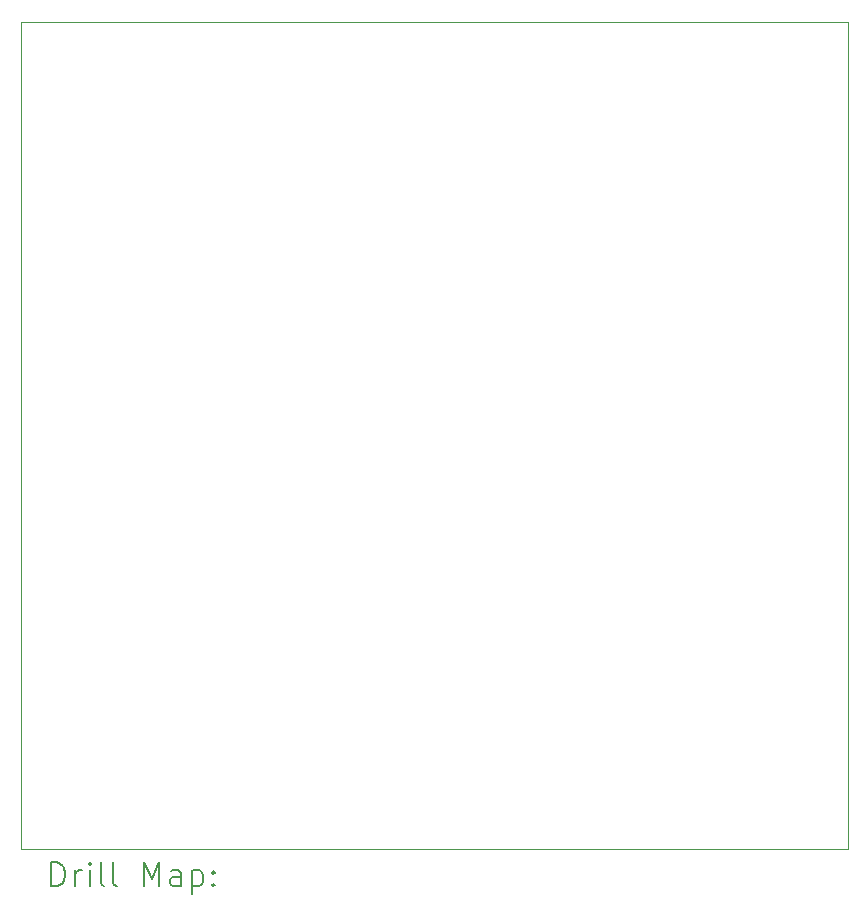
<source format=gbr>
%TF.GenerationSoftware,KiCad,Pcbnew,9.0.1*%
%TF.CreationDate,2025-04-02T11:20:32-04:00*%
%TF.ProjectId,Colossus_TI_rev_A,436f6c6f-7373-4757-935f-54495f726576,rev?*%
%TF.SameCoordinates,Original*%
%TF.FileFunction,Drillmap*%
%TF.FilePolarity,Positive*%
%FSLAX45Y45*%
G04 Gerber Fmt 4.5, Leading zero omitted, Abs format (unit mm)*
G04 Created by KiCad (PCBNEW 9.0.1) date 2025-04-02 11:20:32*
%MOMM*%
%LPD*%
G01*
G04 APERTURE LIST*
%ADD10C,0.038100*%
%ADD11C,0.200000*%
G04 APERTURE END LIST*
D10*
X5000000Y-5000000D02*
X12000000Y-5000000D01*
X12000000Y-12000000D01*
X5000000Y-12000000D01*
X5000000Y-5000000D01*
D11*
X5258872Y-12313389D02*
X5258872Y-12113389D01*
X5258872Y-12113389D02*
X5306491Y-12113389D01*
X5306491Y-12113389D02*
X5335062Y-12122913D01*
X5335062Y-12122913D02*
X5354110Y-12141960D01*
X5354110Y-12141960D02*
X5363634Y-12161008D01*
X5363634Y-12161008D02*
X5373158Y-12199103D01*
X5373158Y-12199103D02*
X5373158Y-12227674D01*
X5373158Y-12227674D02*
X5363634Y-12265770D01*
X5363634Y-12265770D02*
X5354110Y-12284817D01*
X5354110Y-12284817D02*
X5335062Y-12303865D01*
X5335062Y-12303865D02*
X5306491Y-12313389D01*
X5306491Y-12313389D02*
X5258872Y-12313389D01*
X5458872Y-12313389D02*
X5458872Y-12180055D01*
X5458872Y-12218151D02*
X5468396Y-12199103D01*
X5468396Y-12199103D02*
X5477919Y-12189579D01*
X5477919Y-12189579D02*
X5496967Y-12180055D01*
X5496967Y-12180055D02*
X5516015Y-12180055D01*
X5582681Y-12313389D02*
X5582681Y-12180055D01*
X5582681Y-12113389D02*
X5573158Y-12122913D01*
X5573158Y-12122913D02*
X5582681Y-12132436D01*
X5582681Y-12132436D02*
X5592205Y-12122913D01*
X5592205Y-12122913D02*
X5582681Y-12113389D01*
X5582681Y-12113389D02*
X5582681Y-12132436D01*
X5706491Y-12313389D02*
X5687443Y-12303865D01*
X5687443Y-12303865D02*
X5677919Y-12284817D01*
X5677919Y-12284817D02*
X5677919Y-12113389D01*
X5811253Y-12313389D02*
X5792205Y-12303865D01*
X5792205Y-12303865D02*
X5782681Y-12284817D01*
X5782681Y-12284817D02*
X5782681Y-12113389D01*
X6039824Y-12313389D02*
X6039824Y-12113389D01*
X6039824Y-12113389D02*
X6106491Y-12256246D01*
X6106491Y-12256246D02*
X6173157Y-12113389D01*
X6173157Y-12113389D02*
X6173157Y-12313389D01*
X6354110Y-12313389D02*
X6354110Y-12208627D01*
X6354110Y-12208627D02*
X6344586Y-12189579D01*
X6344586Y-12189579D02*
X6325538Y-12180055D01*
X6325538Y-12180055D02*
X6287443Y-12180055D01*
X6287443Y-12180055D02*
X6268396Y-12189579D01*
X6354110Y-12303865D02*
X6335062Y-12313389D01*
X6335062Y-12313389D02*
X6287443Y-12313389D01*
X6287443Y-12313389D02*
X6268396Y-12303865D01*
X6268396Y-12303865D02*
X6258872Y-12284817D01*
X6258872Y-12284817D02*
X6258872Y-12265770D01*
X6258872Y-12265770D02*
X6268396Y-12246722D01*
X6268396Y-12246722D02*
X6287443Y-12237198D01*
X6287443Y-12237198D02*
X6335062Y-12237198D01*
X6335062Y-12237198D02*
X6354110Y-12227674D01*
X6449348Y-12180055D02*
X6449348Y-12380055D01*
X6449348Y-12189579D02*
X6468396Y-12180055D01*
X6468396Y-12180055D02*
X6506491Y-12180055D01*
X6506491Y-12180055D02*
X6525538Y-12189579D01*
X6525538Y-12189579D02*
X6535062Y-12199103D01*
X6535062Y-12199103D02*
X6544586Y-12218151D01*
X6544586Y-12218151D02*
X6544586Y-12275293D01*
X6544586Y-12275293D02*
X6535062Y-12294341D01*
X6535062Y-12294341D02*
X6525538Y-12303865D01*
X6525538Y-12303865D02*
X6506491Y-12313389D01*
X6506491Y-12313389D02*
X6468396Y-12313389D01*
X6468396Y-12313389D02*
X6449348Y-12303865D01*
X6630300Y-12294341D02*
X6639824Y-12303865D01*
X6639824Y-12303865D02*
X6630300Y-12313389D01*
X6630300Y-12313389D02*
X6620777Y-12303865D01*
X6620777Y-12303865D02*
X6630300Y-12294341D01*
X6630300Y-12294341D02*
X6630300Y-12313389D01*
X6630300Y-12189579D02*
X6639824Y-12199103D01*
X6639824Y-12199103D02*
X6630300Y-12208627D01*
X6630300Y-12208627D02*
X6620777Y-12199103D01*
X6620777Y-12199103D02*
X6630300Y-12189579D01*
X6630300Y-12189579D02*
X6630300Y-12208627D01*
M02*

</source>
